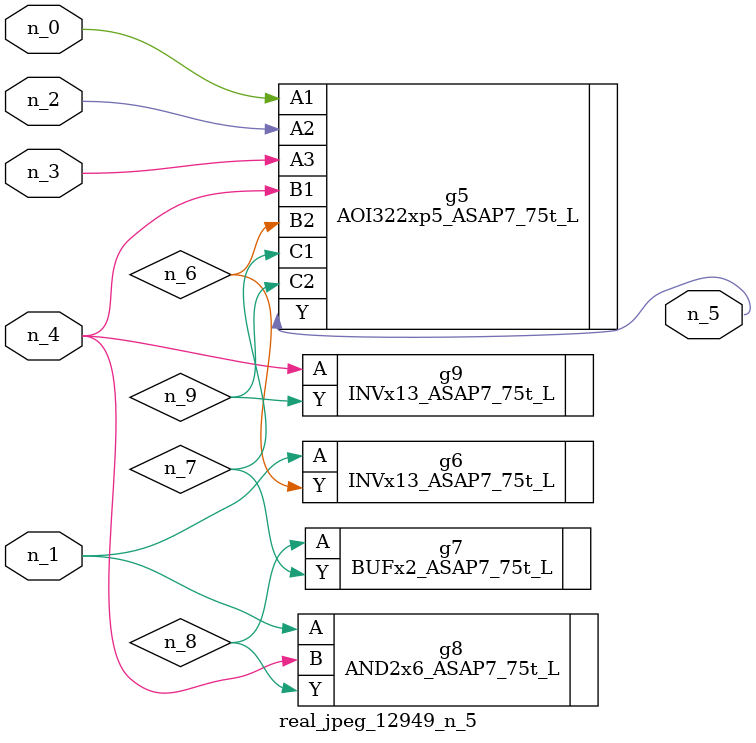
<source format=v>
module real_jpeg_12949_n_5 (n_4, n_0, n_1, n_2, n_3, n_5);

input n_4;
input n_0;
input n_1;
input n_2;
input n_3;

output n_5;

wire n_8;
wire n_6;
wire n_7;
wire n_9;

AOI322xp5_ASAP7_75t_L g5 ( 
.A1(n_0),
.A2(n_2),
.A3(n_3),
.B1(n_4),
.B2(n_6),
.C1(n_7),
.C2(n_9),
.Y(n_5)
);

INVx13_ASAP7_75t_L g6 ( 
.A(n_1),
.Y(n_6)
);

AND2x6_ASAP7_75t_L g8 ( 
.A(n_1),
.B(n_4),
.Y(n_8)
);

INVx13_ASAP7_75t_L g9 ( 
.A(n_4),
.Y(n_9)
);

BUFx2_ASAP7_75t_L g7 ( 
.A(n_8),
.Y(n_7)
);


endmodule
</source>
